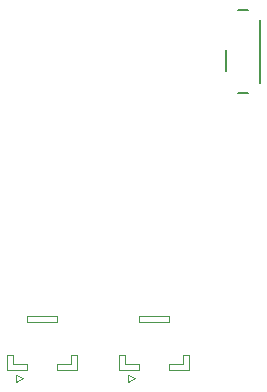
<source format=gbr>
G04 #@! TF.GenerationSoftware,KiCad,Pcbnew,(6.99.0-3982-g8d40bf25d6)*
G04 #@! TF.CreationDate,2022-10-20T10:42:07+02:00*
G04 #@! TF.ProjectId,test,74657374-2e6b-4696-9361-645f70636258,rev?*
G04 #@! TF.SameCoordinates,Original*
G04 #@! TF.FileFunction,Legend,Top*
G04 #@! TF.FilePolarity,Positive*
%FSLAX46Y46*%
G04 Gerber Fmt 4.6, Leading zero omitted, Abs format (unit mm)*
G04 Created by KiCad (PCBNEW (6.99.0-3982-g8d40bf25d6)) date 2022-10-20 10:42:07*
%MOMM*%
%LPD*%
G01*
G04 APERTURE LIST*
%ADD10C,0.120000*%
%ADD11C,0.203200*%
G04 APERTURE END LIST*
D10*
X48275000Y-120375000D02*
X48875000Y-120675000D01*
X48275000Y-120975000D02*
X48275000Y-120375000D01*
X48875000Y-120675000D02*
X48275000Y-120975000D01*
X52950000Y-118725000D02*
X53450000Y-118725000D01*
X52950000Y-119425000D02*
X52950000Y-118725000D01*
X51800000Y-119425000D02*
X52950000Y-119425000D01*
X51800000Y-119925000D02*
X51800000Y-119425000D01*
X53450000Y-119925000D02*
X51800000Y-119925000D01*
X53450000Y-118725000D02*
X53450000Y-119925000D01*
X48050000Y-118725000D02*
X47550000Y-118725000D01*
X48050000Y-119425000D02*
X48050000Y-118725000D01*
X49200000Y-119425000D02*
X48050000Y-119425000D01*
X49200000Y-119925000D02*
X49200000Y-119425000D01*
X47550000Y-119925000D02*
X49200000Y-119925000D01*
X47550000Y-118725000D02*
X47550000Y-119925000D01*
X49250000Y-115875000D02*
X49250000Y-115375000D01*
X51750000Y-115875000D02*
X49250000Y-115875000D01*
X51750000Y-115375000D02*
X51750000Y-115875000D01*
X49250000Y-115375000D02*
X51750000Y-115375000D01*
X58750000Y-115375000D02*
X61250000Y-115375000D01*
X61250000Y-115375000D02*
X61250000Y-115875000D01*
X61250000Y-115875000D02*
X58750000Y-115875000D01*
X58750000Y-115875000D02*
X58750000Y-115375000D01*
X57050000Y-118725000D02*
X57050000Y-119925000D01*
X57050000Y-119925000D02*
X58700000Y-119925000D01*
X58700000Y-119925000D02*
X58700000Y-119425000D01*
X58700000Y-119425000D02*
X57550000Y-119425000D01*
X57550000Y-119425000D02*
X57550000Y-118725000D01*
X57550000Y-118725000D02*
X57050000Y-118725000D01*
X62950000Y-118725000D02*
X62950000Y-119925000D01*
X62950000Y-119925000D02*
X61300000Y-119925000D01*
X61300000Y-119925000D02*
X61300000Y-119425000D01*
X61300000Y-119425000D02*
X62450000Y-119425000D01*
X62450000Y-119425000D02*
X62450000Y-118725000D01*
X62450000Y-118725000D02*
X62950000Y-118725000D01*
X58375000Y-120675000D02*
X57775000Y-120975000D01*
X57775000Y-120975000D02*
X57775000Y-120375000D01*
X57775000Y-120375000D02*
X58375000Y-120675000D01*
D11*
X67926720Y-89525280D02*
X67073280Y-89525280D01*
X67926720Y-96474720D02*
X67073280Y-96474720D01*
X68924940Y-95697480D02*
X68924940Y-90302520D01*
X66075060Y-94625600D02*
X66075060Y-92873000D01*
M02*

</source>
